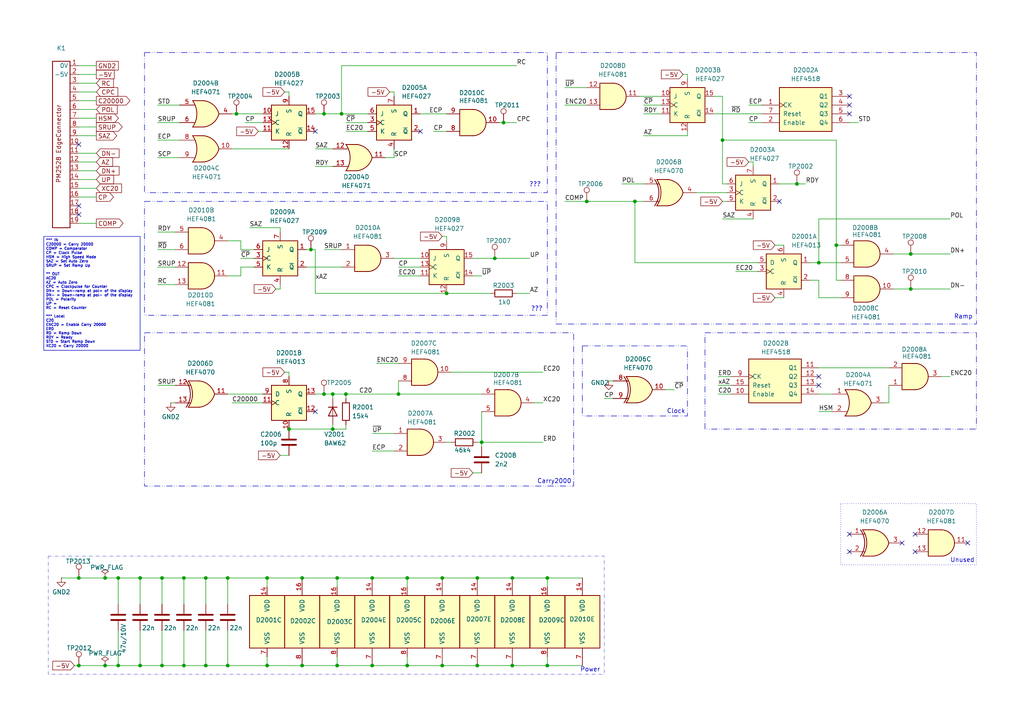
<source format=kicad_sch>
(kicad_sch (version 20231120) (generator "eeschema") (generator_version "8.0")
  (paper "A4")
  (title_block (title "PM2528 N20 (ADC Control)") (date "2024-08-29") (rev "1.0"))
  (junction (at 59.69 167.64))
  (junction (at 138.43 193.04))
  (junction (at 66.04 193.04))
  (junction (at 242.57 71.12))
  (junction (at 93.98 33.02))
  (junction (at 100.33 114.3))
  (junction (at 129.54 85.09))
  (junction (at 30.48 193.04))
  (junction (at 96.52 114.3))
  (junction (at 66.04 167.64))
  (junction (at 237.49 76.2))
  (junction (at 53.34 193.04))
  (junction (at 118.11 167.64))
  (junction (at 30.48 167.64))
  (junction (at 68.58 33.02))
  (junction (at 231.14 53.34))
  (junction (at 97.79 167.64))
  (junction (at 99.06 33.02))
  (junction (at 90.17 72.39))
  (junction (at 118.11 193.04))
  (junction (at 22.86 193.04))
  (junction (at 40.64 193.04))
  (junction (at 22.86 167.64))
  (junction (at 138.43 167.64))
  (junction (at 46.99 193.04))
  (junction (at 107.95 193.04))
  (junction (at 87.63 167.64))
  (junction (at 264.16 83.82))
  (junction (at 107.95 167.64))
  (junction (at 34.29 167.64))
  (junction (at 148.59 193.04))
  (junction (at 209.55 40.64))
  (junction (at 264.16 73.66))
  (junction (at 77.47 193.04))
  (junction (at 146.05 35.56))
  (junction (at 53.34 167.64))
  (junction (at 148.59 167.64))
  (junction (at 93.98 114.3))
  (junction (at 170.18 58.42))
  (junction (at 59.69 193.04))
  (junction (at 158.75 193.04))
  (junction (at 143.51 74.93))
  (junction (at 83.82 124.46))
  (junction (at 97.79 193.04))
  (junction (at 139.7 128.27))
  (junction (at 34.29 193.04))
  (junction (at 115.57 114.3))
  (junction (at 46.99 167.64))
  (junction (at 128.27 167.64))
  (junction (at 128.27 193.04))
  (junction (at 87.63 193.04))
  (junction (at 77.47 167.64))
  (junction (at 158.75 167.64))
  (junction (at 184.15 58.42))
  (junction (at 96.52 124.46))
  (junction (at 40.64 167.64))
  (no_connect (at 91.44 38.1))
  (no_connect (at 246.38 160.02))
  (no_connect (at 91.44 119.38))
  (no_connect (at 22.86 59.69))
  (no_connect (at 261.62 157.48))
  (no_connect (at 246.38 33.02))
  (no_connect (at 265.43 154.94))
  (no_connect (at 121.92 38.1))
  (no_connect (at 237.49 111.76))
  (no_connect (at 246.38 27.94))
  (no_connect (at 280.67 157.48))
  (no_connect (at 237.49 109.22))
  (no_connect (at 246.38 154.94))
  (no_connect (at 265.43 160.02))
  (no_connect (at 226.06 58.42))
  (no_connect (at 246.38 30.48))
  (no_connect (at 22.86 62.23))
  (no_connect (at 22.86 41.91))
  (wire (pts (xy 100.33 38.1) (xy 106.68 38.1)))
  (wire (pts (xy 115.57 114.3) (xy 139.7 114.3)))
  (wire (pts (xy 69.85 69.85) (xy 69.85 72.39)))
  (wire (pts (xy 88.9 77.47) (xy 99.06 77.47)))
  (wire (pts (xy 100.33 123.19) (xy 100.33 124.46)))
  (wire (pts (xy 59.69 167.64) (xy 66.04 167.64)))
  (wire (pts (xy 114.3 27.94) (xy 114.3 26.67)))
  (wire (pts (xy 22.86 52.07) (xy 27.94 52.07)))
  (wire (pts (xy 22.86 167.64) (xy 30.48 167.64)))
  (wire (pts (xy 118.11 167.64) (xy 128.27 167.64)))
  (wire (pts (xy 34.29 167.64) (xy 34.29 175.26)))
  (wire (pts (xy 243.84 71.12) (xy 242.57 71.12)))
  (wire (pts (xy 83.82 26.67) (xy 83.82 27.94)))
  (wire (pts (xy 257.81 116.84) (xy 257.81 111.76)))
  (wire (pts (xy 118.11 190.5) (xy 118.11 193.04)))
  (wire (pts (xy 40.64 167.64) (xy 40.64 175.26)))
  (wire (pts (xy 256.54 116.84) (xy 257.81 116.84)))
  (wire (pts (xy 129.54 68.58) (xy 128.27 68.58)))
  (wire (pts (xy 207.01 27.94) (xy 209.55 27.94)))
  (wire (pts (xy 66.04 80.01) (xy 69.85 80.01)))
  (wire (pts (xy 97.79 167.64) (xy 97.79 170.18)))
  (wire (pts (xy 115.57 80.01) (xy 121.92 80.01)))
  (wire (pts (xy 242.57 71.12) (xy 242.57 40.64)))
  (wire (pts (xy 81.28 67.31) (xy 81.28 66.04)))
  (wire (pts (xy 45.72 82.55) (xy 50.8 82.55)))
  (wire (pts (xy 80.01 83.82) (xy 81.28 83.82)))
  (wire (pts (xy 22.86 31.75) (xy 27.94 31.75)))
  (wire (pts (xy 22.86 36.83) (xy 27.94 36.83)))
  (wire (pts (xy 176.53 110.49) (xy 177.8 110.49)))
  (wire (pts (xy 121.92 33.02) (xy 129.54 33.02)))
  (wire (pts (xy 83.82 132.08) (xy 81.28 132.08)))
  (wire (pts (xy 45.72 67.31) (xy 50.8 67.31)))
  (wire (pts (xy 77.47 193.04) (xy 87.63 193.04)))
  (wire (pts (xy 148.59 193.04) (xy 158.75 193.04)))
  (wire (pts (xy 46.99 167.64) (xy 53.34 167.64)))
  (wire (pts (xy 275.59 63.5) (xy 237.49 63.5)))
  (wire (pts (xy 59.69 182.88) (xy 59.69 193.04)))
  (wire (pts (xy 219.71 76.2) (xy 184.15 76.2)))
  (wire (pts (xy 149.86 19.05) (xy 99.06 19.05)))
  (wire (pts (xy 109.22 105.41) (xy 115.57 105.41)))
  (wire (pts (xy 67.31 43.18) (xy 83.82 43.18)))
  (wire (pts (xy 53.34 182.88) (xy 53.34 193.04)))
  (wire (pts (xy 139.7 128.27) (xy 157.48 128.27)))
  (wire (pts (xy 209.55 40.64) (xy 209.55 53.34)))
  (wire (pts (xy 69.85 74.93) (xy 73.66 74.93)))
  (wire (pts (xy 45.72 77.47) (xy 50.8 77.47)))
  (wire (pts (xy 115.57 77.47) (xy 121.92 77.47)))
  (wire (pts (xy 69.85 72.39) (xy 73.66 72.39)))
  (wire (pts (xy 237.49 86.36) (xy 243.84 86.36)))
  (wire (pts (xy 264.16 83.82) (xy 275.59 83.82)))
  (wire (pts (xy 193.04 113.03) (xy 195.58 113.03)))
  (wire (pts (xy 45.72 45.72) (xy 52.07 45.72)))
  (wire (pts (xy 91.44 43.18) (xy 96.52 43.18)))
  (wire (pts (xy 59.69 167.64) (xy 59.69 175.26)))
  (wire (pts (xy 91.44 72.39) (xy 91.44 85.09)))
  (wire (pts (xy 40.64 167.64) (xy 46.99 167.64)))
  (wire (pts (xy 158.75 190.5) (xy 158.75 193.04)))
  (wire (pts (xy 154.94 116.84) (xy 157.48 116.84)))
  (wire (pts (xy 81.28 83.82) (xy 81.28 82.55)))
  (wire (pts (xy 52.07 35.56) (xy 45.72 35.56)))
  (wire (pts (xy 45.72 40.64) (xy 52.07 40.64)))
  (wire (pts (xy 22.86 21.59) (xy 27.94 21.59)))
  (wire (pts (xy 53.34 167.64) (xy 53.34 175.26)))
  (wire (pts (xy 100.33 114.3) (xy 115.57 114.3)))
  (wire (pts (xy 45.72 111.76) (xy 50.8 111.76)))
  (wire (pts (xy 125.73 38.1) (xy 129.54 38.1)))
  (wire (pts (xy 198.12 21.59) (xy 199.39 21.59)))
  (wire (pts (xy 130.81 107.95) (xy 157.48 107.95)))
  (wire (pts (xy 91.44 85.09) (xy 129.54 85.09)))
  (wire (pts (xy 243.84 81.28) (xy 242.57 81.28)))
  (wire (pts (xy 100.33 124.46) (xy 96.52 124.46)))
  (wire (pts (xy 45.72 30.48) (xy 52.07 30.48)))
  (wire (pts (xy 209.55 27.94) (xy 209.55 40.64)))
  (wire (pts (xy 138.43 167.64) (xy 148.59 167.64)))
  (wire (pts (xy 82.55 26.67) (xy 83.82 26.67)))
  (wire (pts (xy 158.75 167.64) (xy 168.91 167.64)))
  (wire (pts (xy 208.28 114.3) (xy 212.09 114.3)))
  (wire (pts (xy 22.86 54.61) (xy 27.94 54.61)))
  (wire (pts (xy 22.86 34.29) (xy 27.94 34.29)))
  (wire (pts (xy 129.54 128.27) (xy 130.81 128.27)))
  (wire (pts (xy 163.83 30.48) (xy 170.18 30.48)))
  (wire (pts (xy 22.86 193.04) (xy 30.48 193.04)))
  (wire (pts (xy 186.69 30.48) (xy 191.77 30.48)))
  (wire (pts (xy 107.95 193.04) (xy 118.11 193.04)))
  (wire (pts (xy 128.27 193.04) (xy 138.43 193.04)))
  (wire (pts (xy 22.86 26.67) (xy 27.94 26.67)))
  (wire (pts (xy 22.86 64.77) (xy 27.94 64.77)))
  (wire (pts (xy 224.79 71.12) (xy 227.33 71.12)))
  (wire (pts (xy 87.63 167.64) (xy 97.79 167.64)))
  (wire (pts (xy 163.83 25.4) (xy 170.18 25.4)))
  (wire (pts (xy 137.16 74.93) (xy 143.51 74.93)))
  (wire (pts (xy 175.26 115.57) (xy 177.8 115.57)))
  (wire (pts (xy 186.69 33.02) (xy 191.77 33.02)))
  (wire (pts (xy 149.86 85.09) (xy 153.67 85.09)))
  (wire (pts (xy 226.06 53.34) (xy 231.14 53.34)))
  (wire (pts (xy 34.29 167.64) (xy 40.64 167.64)))
  (wire (pts (xy 218.44 46.99) (xy 218.44 48.26)))
  (wire (pts (xy 234.95 76.2) (xy 237.49 76.2)))
  (wire (pts (xy 138.43 193.04) (xy 148.59 193.04)))
  (wire (pts (xy 91.44 33.02) (xy 93.98 33.02)))
  (wire (pts (xy 139.7 128.27) (xy 139.7 119.38)))
  (wire (pts (xy 237.49 63.5) (xy 237.49 76.2)))
  (wire (pts (xy 90.17 72.39) (xy 91.44 72.39)))
  (wire (pts (xy 46.99 193.04) (xy 53.34 193.04)))
  (wire (pts (xy 139.7 129.54) (xy 139.7 128.27)))
  (wire (pts (xy 207.01 33.02) (xy 220.98 33.02)))
  (wire (pts (xy 34.29 193.04) (xy 40.64 193.04)))
  (wire (pts (xy 49.53 116.84) (xy 50.8 116.84)))
  (wire (pts (xy 22.86 29.21) (xy 27.94 29.21)))
  (wire (pts (xy 46.99 182.88) (xy 46.99 193.04)))
  (wire (pts (xy 96.52 114.3) (xy 100.33 114.3)))
  (wire (pts (xy 66.04 182.88) (xy 66.04 193.04)))
  (wire (pts (xy 66.04 167.64) (xy 77.47 167.64)))
  (wire (pts (xy 144.78 35.56) (xy 146.05 35.56)))
  (wire (pts (xy 237.49 106.68) (xy 257.81 106.68)))
  (wire (pts (xy 129.54 85.09) (xy 142.24 85.09)))
  (wire (pts (xy 114.3 26.67) (xy 113.03 26.67)))
  (wire (pts (xy 201.93 55.88) (xy 210.82 55.88)))
  (wire (pts (xy 81.28 66.04) (xy 72.39 66.04)))
  (wire (pts (xy 93.98 33.02) (xy 99.06 33.02)))
  (wire (pts (xy 34.29 182.88) (xy 34.29 193.04)))
  (wire (pts (xy 148.59 167.64) (xy 158.75 167.64)))
  (wire (pts (xy 118.11 167.64) (xy 118.11 170.18)))
  (wire (pts (xy 96.52 114.3) (xy 96.52 115.57)))
  (wire (pts (xy 100.33 35.56) (xy 106.68 35.56)))
  (wire (pts (xy 208.28 109.22) (xy 212.09 109.22)))
  (wire (pts (xy 137.16 80.01) (xy 139.7 80.01)))
  (wire (pts (xy 82.55 107.95) (xy 83.82 107.95)))
  (wire (pts (xy 93.98 72.39) (xy 99.06 72.39)))
  (wire (pts (xy 158.75 167.64) (xy 158.75 170.18)))
  (wire (pts (xy 246.38 35.56) (xy 248.92 35.56)))
  (wire (pts (xy 237.49 76.2) (xy 243.84 76.2)))
  (wire (pts (xy 170.18 58.42) (xy 184.15 58.42)))
  (wire (pts (xy 209.55 58.42) (xy 210.82 58.42)))
  (wire (pts (xy 184.15 76.2) (xy 184.15 58.42)))
  (wire (pts (xy 118.11 193.04) (xy 128.27 193.04)))
  (wire (pts (xy 46.99 167.64) (xy 46.99 175.26)))
  (wire (pts (xy 71.12 35.56) (xy 76.2 35.56)))
  (wire (pts (xy 114.3 45.72) (xy 114.3 43.18)))
  (wire (pts (xy 138.43 128.27) (xy 139.7 128.27)))
  (wire (pts (xy 40.64 182.88) (xy 40.64 193.04)))
  (wire (pts (xy 66.04 69.85) (xy 69.85 69.85)))
  (wire (pts (xy 213.36 78.74) (xy 219.71 78.74)))
  (wire (pts (xy 68.58 33.02) (xy 76.2 33.02)))
  (wire (pts (xy 67.31 33.02) (xy 68.58 33.02)))
  (wire (pts (xy 199.39 21.59) (xy 199.39 22.86)))
  (wire (pts (xy 87.63 193.04) (xy 97.79 193.04)))
  (wire (pts (xy 209.55 63.5) (xy 218.44 63.5)))
  (wire (pts (xy 53.34 193.04) (xy 59.69 193.04)))
  (wire (pts (xy 199.39 38.1) (xy 199.39 39.37)))
  (wire (pts (xy 107.95 130.81) (xy 114.3 130.81)))
  (wire (pts (xy 88.9 72.39) (xy 90.17 72.39)))
  (wire (pts (xy 66.04 114.3) (xy 76.2 114.3)))
  (wire (pts (xy 273.05 109.22) (xy 275.59 109.22)))
  (wire (pts (xy 22.86 19.05) (xy 27.94 19.05)))
  (wire (pts (xy 30.48 193.04) (xy 34.29 193.04)))
  (wire (pts (xy 99.06 19.05) (xy 99.06 33.02)))
  (wire (pts (xy 107.95 167.64) (xy 118.11 167.64)))
  (wire (pts (xy 93.98 114.3) (xy 96.52 114.3)))
  (wire (pts (xy 17.78 167.64) (xy 22.86 167.64)))
  (wire (pts (xy 22.86 39.37) (xy 27.94 39.37)))
  (wire (pts (xy 21.59 193.04) (xy 22.86 193.04)))
  (wire (pts (xy 137.16 137.16) (xy 139.7 137.16)))
  (wire (pts (xy 97.79 190.5) (xy 97.79 193.04)))
  (wire (pts (xy 66.04 167.64) (xy 66.04 175.26)))
  (wire (pts (xy 67.31 116.84) (xy 76.2 116.84)))
  (wire (pts (xy 115.57 110.49) (xy 115.57 114.3)))
  (wire (pts (xy 99.06 33.02) (xy 106.68 33.02)))
  (wire (pts (xy 163.83 58.42) (xy 170.18 58.42)))
  (wire (pts (xy 237.49 119.38) (xy 241.3 119.38)))
  (wire (pts (xy 77.47 167.64) (xy 77.47 170.18)))
  (wire (pts (xy 69.85 80.01) (xy 69.85 77.47)))
  (wire (pts (xy 259.08 73.66) (xy 264.16 73.66)))
  (wire (pts (xy 111.76 45.72) (xy 114.3 45.72)))
  (wire (pts (xy 146.05 35.56) (xy 149.86 35.56)))
  (wire (pts (xy 209.55 53.34) (xy 210.82 53.34)))
  (wire (pts (xy 180.34 53.34) (xy 186.69 53.34)))
  (wire (pts (xy 100.33 115.57) (xy 100.33 114.3)))
  (wire (pts (xy 74.93 38.1) (xy 76.2 38.1)))
  (wire (pts (xy 129.54 69.85) (xy 129.54 68.58)))
  (wire (pts (xy 217.17 35.56) (xy 220.98 35.56)))
  (wire (pts (xy 22.86 24.13) (xy 27.94 24.13)))
  (wire (pts (xy 208.28 111.76) (xy 212.09 111.76)))
  (wire (pts (xy 259.08 83.82) (xy 264.16 83.82)))
  (wire (pts (xy 83.82 107.95) (xy 83.82 109.22)))
  (wire (pts (xy 114.3 74.93) (xy 121.92 74.93)))
  (wire (pts (xy 30.48 167.64) (xy 34.29 167.64)))
  (wire (pts (xy 77.47 190.5) (xy 77.47 193.04)))
  (wire (pts (xy 69.85 77.47) (xy 73.66 77.47)))
  (wire (pts (xy 241.3 114.3) (xy 237.49 114.3)))
  (wire (pts (xy 91.44 48.26) (xy 96.52 48.26)))
  (wire (pts (xy 107.95 125.73) (xy 114.3 125.73)))
  (wire (pts (xy 128.27 167.64) (xy 138.43 167.64)))
  (wire (pts (xy 96.52 123.19) (xy 96.52 124.46)))
  (wire (pts (xy 22.86 49.53) (xy 27.94 49.53)))
  (wire (pts (xy 264.16 73.66) (xy 275.59 73.66)))
  (wire (pts (xy 158.75 193.04) (xy 168.91 193.04)))
  (wire (pts (xy 91.44 114.3) (xy 93.98 114.3)))
  (wire (pts (xy 184.15 58.42) (xy 186.69 58.42)))
  (wire (pts (xy 209.55 40.64) (xy 242.57 40.64)))
  (wire (pts (xy 234.95 81.28) (xy 237.49 81.28)))
  (wire (pts (xy 77.47 167.64) (xy 87.63 167.64)))
  (wire (pts (xy 45.72 72.39) (xy 50.8 72.39)))
  (wire (pts (xy 185.42 27.94) (xy 191.77 27.94)))
  (wire (pts (xy 97.79 167.64) (xy 107.95 167.64)))
  (wire (pts (xy 242.57 81.28) (xy 242.57 71.12)))
  (wire (pts (xy 22.86 46.99) (xy 27.94 46.99)))
  (wire (pts (xy 22.86 57.15) (xy 27.94 57.15)))
  (wire (pts (xy 231.14 53.34) (xy 233.68 53.34)))
  (wire (pts (xy 143.51 74.93) (xy 153.67 74.93)))
  (wire (pts (xy 40.64 193.04) (xy 46.99 193.04)))
  (wire (pts (xy 22.86 44.45) (xy 27.94 44.45)))
  (wire (pts (xy 199.39 39.37) (xy 186.69 39.37)))
  (wire (pts (xy 53.34 167.64) (xy 59.69 167.64)))
  (wire (pts (xy 97.79 193.04) (xy 107.95 193.04)))
  (wire (pts (xy 217.17 46.99) (xy 218.44 46.99)))
  (wire (pts (xy 66.04 193.04) (xy 77.47 193.04)))
  (wire (pts (xy 217.17 30.48) (xy 220.98 30.48)))
  (wire (pts (xy 83.82 124.46) (xy 96.52 124.46)))
  (wire (pts (xy 224.79 86.36) (xy 227.33 86.36)))
  (wire (pts (xy 59.69 193.04) (xy 66.04 193.04)))
  (wire (pts (xy 237.49 81.28) (xy 237.49 86.36)))
  (rectangle (start 161.29 15.24) (end 283.21 93.98) (stroke (width 0) (type dash_dot_dot)))
  (rectangle (start 243.84 146.05) (end 283.21 163.83) (stroke (width 0) (type dot)))
  (rectangle (start 41.91 15.24) (end 158.75 55.88) (stroke (width 0) (type dash_dot_dot)))
  (rectangle (start 41.91 58.42) (end 158.75 91.44) (stroke (width 0) (type dash_dot_dot)))
  (rectangle (start 168.91 100.33) (end 199.39 120.65) (stroke (width 0) (type dash_dot_dot)))
  (rectangle (start 41.91 96.52) (end 166.37 140.97) (stroke (width 0) (type dash_dot_dot)))
  (rectangle (start 204.47 96.52) (end 283.21 124.46) (stroke (width 0) (type dash_dot_dot)))
  (rectangle (start 13.97 161.29) (end 175.26 195.58) (stroke (width 0.0254) (type dash_dot_dot)))
  (text_box "*** IN\nC20000 = Carry 20000\nCOMP = Comperator\nCP = Clock Pulse\nHSM = High Speed Mode\nSAZ = Set Auto Zero\nSRUP = Set Ramp Up\n\n** OUT\nAC20\nAZ = Auto Zero\nCPC = Clockpulse for Counter\nDN+ = Down-ramp at pol+ of the display\nDN- = Down-ramp at pol- of the display\nPOL = Polarity\nUP =\nRC = Reset Counter\n\n*** Local\nC20\nENC20 = Enable Carry 20000\nERD\nRD = Ramp Down\nRDY = Ready\nSTD = Start Ramp Down\nXC20 = Carry 20000\n" (at 12.7 68.58 0) (size 27.94 33.02) (effects (font (size 0.762 0.762)) (justify left top)))
  (text "???" (at 155.194 53.594 0) (effects (font (size 1.27 1.27))))
  (text "Ramp" (at 279.4 91.948 0) (effects (font (size 1.27 1.27))))
  (text "???" (at 155.702 89.662 0) (effects (font (size 1.27 1.27))))
  (text "Power" (at 171.196 194.31 0) (effects (font (size 1.27 1.27))))
  (text "Clock" (at 196.088 119.38 0) (effects (font (size 1.27 1.27))))
  (text "Carry2000" (at 160.782 139.7 0) (effects (font (size 1.27 1.27))))
  (text "Unused" (at 279.146 162.56 0) (effects (font (size 1.27 1.27))))
  (label "SAZ" (at 209.55 63.5 0))
  (label "ECP" (at 107.95 130.81 0))
  (label "C20000" (at 67.31 116.84 0))
  (label "STD" (at 45.72 30.48 0))
  (label "CP" (at 71.12 35.56 0))
  (label "CP" (at 115.57 77.47 0))
  (label "RDY" (at 91.44 48.26 0))
  (label "ECP" (at 217.17 30.48 0))
  (label "CP" (at 217.17 35.56 0))
  (label "SRUP" (at 45.72 111.76 0))
  (label "SRUP" (at 45.72 77.47 0))
  (label "~{RD}" (at 212.09 33.02 0))
  (label "ERD" (at 208.28 109.22 0))
  (label "STD" (at 248.92 35.56 0))
  (label "SCP" (at 114.3 45.72 0))
  (label "EC20" (at 115.57 80.01 0))
  (label "RDY" (at 233.68 53.34 0))
  (label "~{UP}" (at 139.7 80.01 0))
  (label "UP" (at 153.67 74.93 0))
  (label "C20" (at 104.14 114.3 0))
  (label "ECP" (at 124.46 33.02 0))
  (label "ENC20" (at 275.59 109.22 0))
  (label "ECP" (at 45.72 40.64 0))
  (label "ENC20" (at 109.22 105.41 0))
  (label "ERD" (at 157.48 128.27 0))
  (label "DN-" (at 275.59 83.82 0))
  (label "XC20" (at 157.48 116.84 0))
  (label "POL" (at 180.34 53.34 0))
  (label "SAZ" (at 72.39 66.04 0))
  (label "AZ" (at 153.67 85.09 0))
  (label "xAZ" (at 208.28 111.76 0))
  (label "~{CP}" (at 186.69 30.48 0))
  (label "CPC" (at 149.86 35.56 0))
  (label "SAZ" (at 91.44 43.18 0))
  (label "SCP" (at 45.72 45.72 0))
  (label "EC20" (at 157.48 107.95 0))
  (label "~{CP}" (at 195.58 113.03 0))
  (label "~{RD}" (at 45.72 72.39 0))
  (label "SRUP" (at 93.98 72.39 0))
  (label "DN+" (at 275.59 73.66 0))
  (label "RDY" (at 186.69 33.02 0))
  (label "~{CP}" (at 69.85 74.93 0))
  (label "ENC20" (at 163.83 30.48 0))
  (label "AZ" (at 186.69 39.37 0))
  (label "COMP" (at 163.83 58.42 0))
  (label "EC20" (at 213.36 78.74 0))
  (label "xAZ" (at 91.44 81.28 0))
  (label "SRUP" (at 45.72 35.56 0))
  (label "EC20" (at 100.33 38.1 0))
  (label "~{CP}" (at 100.33 35.56 0))
  (label "HSM" (at 237.49 119.38 0))
  (label "C20" (at 208.28 114.3 0))
  (label "CP" (at 125.73 38.1 0))
  (label "RDY" (at 45.72 67.31 0))
  (label "RC" (at 149.86 19.05 0))
  (label "~{UP}" (at 107.95 125.73 0))
  (label "POL" (at 275.59 63.5 0))
  (label "RC" (at 45.72 82.55 0))
  (label "~{UP}" (at 163.83 25.4 0))
  (label "CP" (at 175.26 115.57 0))
  (global_label "-5V" (shape input) (at 128.27 68.58 180) (property "Intersheetrefs" "${INTERSHEET_REFS}" (effects (hide yes))))
  (global_label "UP" (shape input) (at 27.94 52.07 0) (property "Intersheetrefs" "${INTERSHEET_REFS}" (effects (hide yes))))
  (global_label "-5V" (shape input) (at 113.03 26.67 180) (property "Intersheetrefs" "${INTERSHEET_REFS}" (effects (hide yes))))
  (global_label "-5V" (shape input) (at 80.01 83.82 180) (property "Intersheetrefs" "${INTERSHEET_REFS}" (effects (hide yes))))
  (global_label "COMP" (shape output) (at 27.94 64.77 0) (property "Intersheetrefs" "${INTERSHEET_REFS}" (effects (hide yes))))
  (global_label "-5V" (shape input) (at 82.55 26.67 180) (property "Intersheetrefs" "${INTERSHEET_REFS}" (effects (hide yes))))
  (global_label "GND2" (shape passive) (at 27.94 19.05 0) (property "Intersheetrefs" "${INTERSHEET_REFS}" (effects (hide yes))))
  (global_label "-5V" (shape input) (at 217.17 46.99 180) (property "Intersheetrefs" "${INTERSHEET_REFS}" (effects (hide yes))))
  (global_label "HSM" (shape output) (at 27.94 34.29 0) (property "Intersheetrefs" "${INTERSHEET_REFS}" (effects (hide yes))))
  (global_label "-5V" (shape input) (at 209.55 58.42 180) (property "Intersheetrefs" "${INTERSHEET_REFS}" (effects (hide yes))))
  (global_label "-5V" (shape input) (at 224.79 86.36 180) (property "Intersheetrefs" "${INTERSHEET_REFS}" (effects (hide yes))))
  (global_label "CP" (shape output) (at 27.94 57.15 0) (property "Intersheetrefs" "${INTERSHEET_REFS}" (effects (hide yes))))
  (global_label "C20000" (shape output) (at 27.94 29.21 0) (property "Intersheetrefs" "${INTERSHEET_REFS}" (effects (hide yes))))
  (global_label "RC" (shape input) (at 27.94 24.13 0) (property "Intersheetrefs" "${INTERSHEET_REFS}" (effects (hide yes))))
  (global_label "DN+" (shape input) (at 27.94 49.53 0) (property "Intersheetrefs" "${INTERSHEET_REFS}" (effects (hide yes))))
  (global_label "-5V" (shape input) (at 198.12 21.59 180) (property "Intersheetrefs" "${INTERSHEET_REFS}" (effects (hide yes))))
  (global_label "CPC" (shape input) (at 27.94 26.67 0) (property "Intersheetrefs" "${INTERSHEET_REFS}" (effects (hide yes))))
  (global_label "SRUP" (shape output) (at 27.94 36.83 0) (property "Intersheetrefs" "${INTERSHEET_REFS}" (effects (hide yes))))
  (global_label "-5V" (shape input) (at 74.93 38.1 180) (property "Intersheetrefs" "${INTERSHEET_REFS}" (effects (hide yes))))
  (global_label "-5V" (shape input) (at 82.55 107.95 180) (property "Intersheetrefs" "${INTERSHEET_REFS}" (effects (hide yes))))
  (global_label "-5V" (shape passive) (at 27.94 21.59 0) (property "Intersheetrefs" "${INTERSHEET_REFS}" (effects (hide yes))))
  (global_label "-5V" (shape input) (at 21.59 193.04 180) (property "Intersheetrefs" "${INTERSHEET_REFS}" (effects (hide yes))))
  (global_label "-5V" (shape input) (at 81.28 132.08 180) (property "Intersheetrefs" "${INTERSHEET_REFS}" (effects (hide yes))))
  (global_label "-5V" (shape input) (at 224.79 71.12 180) (property "Intersheetrefs" "${INTERSHEET_REFS}" (effects (hide yes))))
  (global_label "POL" (shape input) (at 27.94 31.75 0) (property "Intersheetrefs" "${INTERSHEET_REFS}" (effects (hide yes))))
  (global_label "XC20" (shape input) (at 27.94 54.61 0) (property "Intersheetrefs" "${INTERSHEET_REFS}" (effects (hide yes))))
  (global_label "SAZ" (shape output) (at 27.94 39.37 0) (property "Intersheetrefs" "${INTERSHEET_REFS}" (effects (hide yes))))
  (global_label "AZ" (shape input) (at 27.94 46.99 0) (property "Intersheetrefs" "${INTERSHEET_REFS}" (effects (hide yes))))
  (global_label "DN-" (shape input) (at 27.94 44.45 0) (property "Intersheetrefs" "${INTERSHEET_REFS}" (effects (hide yes))))
  (global_label "-5V" (shape input) (at 137.16 137.16 180) (property "Intersheetrefs" "${INTERSHEET_REFS}" (effects (hide yes))))
  (symbol (lib_id "Device:R") (at 146.05 85.09 90) (unit 1)
    (property "Reference" "R2003" (at 146.05 82.804 90))
    (property "Value" "1k0" (at 146.304 87.63 90))
    (property "Footprint" "Resistor_THT:R_Axial_DIN0207_L6.3mm_D2.5mm_P10.16mm_Horizontal" (effects (hide yes)))
    (property "Description" "Resistor" (effects (hide yes)))
  )
  (symbol (lib_id "4xxx:4070") (at 254 157.48 0) (unit 1)
    (property "Reference" "D2006" (at 253.6952 148.59 0))
    (property "Value" "HEF4070" (at 253.6952 151.13 0))
    (property "Footprint" "Package_DIP:DIP-14_W7.62mm" (effects (hide yes)))
    (property "Datasheet" "http://www.intersil.com/content/dam/Intersil/documents/cd40/cd4070bms-77bms.pdf" (effects (hide yes)))
    (property "Description" "Quad Xor 2 inputs" (effects (hide yes)))
  )
  (symbol (lib_id "_PhilipsPM2528DMM:PCBEdge_Plugincard") (at 17.78 41.91 0) (unit 1)
    (property "Reference" "K1" (at 17.78 13.97 0))
    (property "Footprint" "Philips_PM2528:PM2528_RiserCardConnector" (effects (hide yes)))
  )
  (symbol (lib_id "4xxx:4027") (at 199.39 30.48 0) (unit 2)
    (property "Reference" "D2003" (at 201.5841 20.32 0) (effects (justify left)))
    (property "Value" "HEF4027" (at 201.5841 22.86 0) (effects (justify left)))
    (property "Footprint" "Package_DIP:DIP-16_W7.62mm" (effects (hide yes)))
    (property "Datasheet" "http://www.intersil.com/content/dam/Intersil/documents/cd40/cd4027bms.pdf" (effects (hide yes)))
    (property "Description" "Dual JK FlipFlop, set & reset" (effects (hide yes)))
  )
  (symbol (lib_id "power:GND2") (at 176.53 110.49 0) (unit 1)
    (property "Reference" "#PWR01" (effects (hide yes)))
    (property "Value" "GND2" (at 173.99 110.998 0))
    (property "Description" "Power symbol creates a global label with name \"GND2\" , ground" (effects (hide yes)))
  )
  (symbol (lib_id "Device:C") (at 66.04 179.07 0) (unit 1)
    (property "Reference" "C2005" (effects (hide yes)))
    (property "Value" "22n" (at 66.548 182.118 0) (effects (justify left)))
    (property "Footprint" "Capacitor_THT:C_Rect_L7.0mm_W2.0mm_P5.00mm" (effects (hide yes)))
    (property "Description" "Unpolarized capacitor" (effects (hide yes)))
  )
  (symbol (lib_id "4xxx:4027") (at 129.54 77.47 0) (unit 2)
    (property "Reference" "D2009" (at 125.984 63.754 0) (effects (justify left)))
    (property "Value" "HEF4027" (at 125.984 66.294 0) (effects (justify left)))
    (property "Footprint" "Package_DIP:DIP-16_W7.62mm" (effects (hide yes)))
    (property "Datasheet" "http://www.intersil.com/content/dam/Intersil/documents/cd40/cd4027bms.pdf" (effects (hide yes)))
    (property "Description" "Dual JK FlipFlop, set & reset" (effects (hide yes)))
  )
  (symbol (lib_id "4xxx:4070") (at 185.42 113.03 0) (unit 3)
    (property "Reference" "D2006" (at 185.1152 104.14 0))
    (property "Value" "HEF4070" (at 185.1152 106.68 0))
    (property "Footprint" "Package_DIP:DIP-14_W7.62mm" (effects (hide yes)))
    (property "Datasheet" "http://www.intersil.com/content/dam/Intersil/documents/cd40/cd4070bms-77bms.pdf" (effects (hide yes)))
    (property "Description" "Quad Xor 2 inputs" (effects (hide yes)))
  )
  (symbol (lib_id "Device:R") (at 100.33 119.38 0) (unit 1)
    (property "Reference" "R2001" (at 102.108 118.11 0) (effects (justify left)))
    (property "Value" "15k4" (at 102.108 120.65 0) (effects (justify left)))
    (property "Footprint" "Resistor_THT:R_Axial_DIN0207_L6.3mm_D2.5mm_P10.16mm_Horizontal" (effects (hide yes)))
    (property "Description" "Resistor" (effects (hide yes)))
  )
  (symbol (lib_id "Connector:TestPoint") (at 143.51 74.93 0) (unit 1)
    (property "Reference" "TP2007" (at 140.97 69.85 0) (effects (justify left)))
    (property "Value" "TestPoint" (effects (hide yes)))
    (property "Footprint" "Connector_PinHeader_1.00mm:PinHeader_1x01_P1.00mm_Vertical" (effects (hide yes)))
    (property "Description" "test point" (effects (hide yes)))
  )
  (symbol (lib_id "4xxx:4027") (at 83.82 35.56 0) (unit 2)
    (property "Reference" "D2005" (at 79.502 21.59 0) (effects (justify left)))
    (property "Value" "HEF4027" (at 79.502 24.13 0) (effects (justify left)))
    (property "Footprint" "Package_DIP:DIP-16_W7.62mm" (effects (hide yes)))
    (property "Datasheet" "http://www.intersil.com/content/dam/Intersil/documents/cd40/cd4027bms.pdf" (effects (hide yes)))
    (property "Description" "Dual JK FlipFlop, set & reset" (effects (hide yes)))
  )
  (symbol (lib_id "4xxx:4070") (at 58.42 114.3 0) (unit 4)
    (property "Reference" "D2006" (at 58.1152 105.41 0))
    (property "Value" "HEF4070" (at 58.1152 107.95 0))
    (property "Footprint" "Package_DIP:DIP-14_W7.62mm" (effects (hide yes)))
    (property "Datasheet" "http://www.intersil.com/content/dam/Intersil/documents/cd40/cd4070bms-77bms.pdf" (effects (hide yes)))
    (property "Description" "Quad Xor 2 inputs" (effects (hide yes)))
  )
  (symbol (lib_id "4xxx:4518") (at 233.68 30.48 0) (unit 1)
    (property "Reference" "D2002" (at 233.68 20.32 0))
    (property "Value" "HEF4518" (at 233.68 22.86 0))
    (property "Footprint" "Package_DIP:DIP-16_W7.62mm" (effects (hide yes)))
    (property "Datasheet" "http://www.intersil.com/content/dam/Intersil/documents/cd45/cd4518bms-20bms.pdf" (effects (hide yes)))
    (property "Description" "Dual BCD Up-Counter" (effects (hide yes)))
  )
  (symbol (lib_id "Connector:TestPoint") (at 22.86 193.04 0) (unit 1)
    (property "Reference" "TP2012" (at 19.304 187.96 0) (effects (justify left)))
    (property "Value" "TestPoint" (effects (hide yes)))
    (property "Footprint" "Connector_PinHeader_1.00mm:PinHeader_1x01_P1.00mm_Vertical" (effects (hide yes)))
    (property "Description" "test point" (effects (hide yes)))
  )
  (symbol (lib_id "Device:C") (at 139.7 133.35 0) (unit 1)
    (property "Reference" "C2008" (at 143.51 132.0799 0) (effects (justify left)))
    (property "Value" "2n2" (at 143.51 134.6199 0) (effects (justify left)))
    (property "Footprint" "Capacitor_THT:C_Rect_L7.0mm_W2.0mm_P5.00mm" (effects (hide yes)))
    (property "Description" "Unpolarized capacitor" (effects (hide yes)))
  )
  (symbol (lib_id "Connector:TestPoint") (at 90.17 72.39 0) (unit 1)
    (property "Reference" "TP2009" (at 87.63 67.31 0) (effects (justify left)))
    (property "Value" "TestPoint" (effects (hide yes)))
    (property "Footprint" "Connector_PinHeader_1.00mm:PinHeader_1x01_P1.00mm_Vertical" (effects (hide yes)))
    (property "Description" "test point" (effects (hide yes)))
  )
  (symbol (lib_id "Connector:TestPoint") (at 264.16 83.82 0) (unit 1)
    (property "Reference" "TP2010" (at 261.62 78.74 0) (effects (justify left)))
    (property "Value" "TestPoint" (effects (hide yes)))
    (property "Footprint" "Connector_PinHeader_1.00mm:PinHeader_1x01_P1.00mm_Vertical" (effects (hide yes)))
    (property "Description" "test point" (effects (hide yes)))
  )
  (symbol (lib_id "Connector:TestPoint") (at 93.98 33.02 0) (unit 1)
    (property "Reference" "TP2003" (at 91.44 27.94 0) (effects (justify left)))
    (property "Value" "TestPoint" (effects (hide yes)))
    (property "Footprint" "Connector_PinHeader_1.00mm:PinHeader_1x01_P1.00mm_Vertical" (effects (hide yes)))
    (property "Description" "test point" (effects (hide yes)))
  )
  (symbol (lib_id "4xxx:4071") (at 248.92 116.84 0) (unit 1)
    (property "Reference" "D2004" (at 248.92 108.712 0))
    (property "Value" "HEF4071" (at 248.92 111.252 0))
    (property "Footprint" "Package_DIP:DIP-14_W7.62mm" (effects (hide yes)))
    (property "Datasheet" "http://www.intersil.com/content/dam/Intersil/documents/cd40/cd4071bms-72bms-75bms.pdf" (effects (hide yes)))
    (property "Description" "Quad Or 2 inputs" (effects (hide yes)))
  )
  (symbol (lib_id "Connector:TestPoint") (at 264.16 73.66 0) (unit 1)
    (property "Reference" "TP2008" (at 261.62 68.58 0) (effects (justify left)))
    (property "Value" "TestPoint" (effects (hide yes)))
    (property "Footprint" "Connector_PinHeader_1.00mm:PinHeader_1x01_P1.00mm_Vertical" (effects (hide yes)))
    (property "Description" "test point" (effects (hide yes)))
  )
  (symbol (lib_id "4xxx:4027") (at 97.79 180.34 0) (unit 3)
    (property "Reference" "D2003" (at 94.742 180.34 0) (effects (justify left)))
    (property "Value" "HEF4027" (effects (hide yes)))
    (property "Footprint" "Package_DIP:DIP-16_W7.62mm" (effects (hide yes)))
    (property "Datasheet" "http://www.intersil.com/content/dam/Intersil/documents/cd40/cd4027bms.pdf" (effects (hide yes)))
    (property "Description" "Dual JK FlipFlop, set & reset" (effects (hide yes)))
  )
  (symbol (lib_id "Device:C") (at 46.99 179.07 0) (unit 1)
    (property "Reference" "C2002" (effects (hide yes)))
    (property "Value" "22n" (at 47.498 182.118 0) (effects (justify left)))
    (property "Footprint" "Capacitor_THT:C_Rect_L7.0mm_W2.0mm_P5.00mm" (effects (hide yes)))
    (property "Description" "Unpolarized capacitor" (effects (hide yes)))
  )
  (symbol (lib_id "4xxx:4081") (at 138.43 180.34 0) (unit 5)
    (property "Reference" "D2007" (at 135.128 179.578 0) (effects (justify left)))
    (property "Value" "HEF4081" (effects (hide yes)))
    (property "Footprint" "Package_DIP:DIP-14_W7.62mm" (effects (hide yes)))
    (property "Datasheet" "http://www.intersil.com/content/dam/Intersil/documents/cd40/cd4073bms-81bms-82bms.pdf" (effects (hide yes)))
    (property "Description" "Quad And 2 inputs" (effects (hide yes)))
  )
  (symbol (lib_id "4xxx:4027") (at 118.11 180.34 0) (unit 3)
    (property "Reference" "D2005" (at 114.808 179.832 0) (effects (justify left)))
    (property "Value" "HEF4027" (effects (hide yes)))
    (property "Footprint" "Package_DIP:DIP-16_W7.62mm" (effects (hide yes)))
    (property "Datasheet" "http://www.intersil.com/content/dam/Intersil/documents/cd40/cd4027bms.pdf" (effects (hide yes)))
    (property "Description" "Dual JK FlipFlop, set & reset" (effects (hide yes)))
  )
  (symbol (lib_id "Connector:TestPoint") (at 231.14 53.34 0) (unit 1)
    (property "Reference" "TP2002" (at 228.6 48.26 0) (effects (justify left)))
    (property "Value" "TestPoint" (effects (hide yes)))
    (property "Footprint" "Connector_PinHeader_1.00mm:PinHeader_1x01_P1.00mm_Vertical" (effects (hide yes)))
    (property "Description" "test point" (effects (hide yes)))
  )
  (symbol (lib_id "4xxx:4027") (at 81.28 74.93 0) (unit 1)
    (property "Reference" "D2009" (at 78.232 61.468 0) (effects (justify left)))
    (property "Value" "HEF4027" (at 78.232 64.008 0) (effects (justify left)))
    (property "Footprint" "Package_DIP:DIP-16_W7.62mm" (effects (hide yes)))
    (property "Datasheet" "http://www.intersil.com/content/dam/Intersil/documents/cd40/cd4027bms.pdf" (effects (hide yes)))
    (property "Description" "Dual JK FlipFlop, set & reset" (effects (hide yes)))
  )
  (symbol (lib_id "Connector:TestPoint") (at 146.05 35.56 0) (unit 1)
    (property "Reference" "TP2011" (at 143.51 30.48 0) (effects (justify left)))
    (property "Value" "TestPoint" (effects (hide yes)))
    (property "Footprint" "Connector_PinHeader_1.00mm:PinHeader_1x01_P1.00mm_Vertical" (effects (hide yes)))
    (property "Description" "test point" (effects (hide yes)))
  )
  (symbol (lib_id "4xxx:4081") (at 123.19 107.95 0) (mirror x) (unit 3)
    (property "Reference" "D2007" (at 122.936 99.568 0))
    (property "Value" "HEF4081" (at 123.444 102.108 0))
    (property "Footprint" "Package_DIP:DIP-14_W7.62mm" (effects (hide yes)))
    (property "Datasheet" "http://www.intersil.com/content/dam/Intersil/documents/cd40/cd4073bms-81bms-82bms.pdf" (effects (hide yes)))
    (property "Description" "Quad And 2 inputs" (effects (hide yes)))
  )
  (symbol (lib_id "4xxx:4081") (at 58.42 80.01 0) (unit 4)
    (property "Reference" "D2010" (at 58.166 85.598 0))
    (property "Value" "HEF4081" (at 58.166 88.138 0))
    (property "Footprint" "Package_DIP:DIP-14_W7.62mm" (effects (hide yes)))
    (property "Datasheet" "http://www.intersil.com/content/dam/Intersil/documents/cd40/cd4073bms-81bms-82bms.pdf" (effects (hide yes)))
    (property "Description" "Quad And 2 inputs" (effects (hide yes)))
  )
  (symbol (lib_id "4xxx:4071") (at 59.69 33.02 0) (unit 2)
    (property "Reference" "D2004" (at 59.69 24.13 0))
    (property "Value" "HEF4071" (at 59.69 26.67 0))
    (property "Footprint" "Package_DIP:DIP-14_W7.62mm" (effects (hide yes)))
    (property "Datasheet" "http://www.intersil.com/content/dam/Intersil/documents/cd40/cd4071bms-72bms-75bms.pdf" (effects (hide yes)))
    (property "Description" "Quad Or 2 inputs" (effects (hide yes)))
  )
  (symbol (lib_id "Connector:TestPoint") (at 93.98 114.3 0) (unit 1)
    (property "Reference" "TP2005" (at 94.742 110.998 0) (effects (justify left)))
    (property "Value" "TestPoint" (effects (hide yes)))
    (property "Footprint" "Connector_PinHeader_1.00mm:PinHeader_1x01_P1.00mm_Vertical" (effects (hide yes)))
    (property "Description" "test point" (effects (hide yes)))
  )
  (symbol (lib_id "4xxx:4081") (at 177.8 27.94 0) (unit 4)
    (property "Reference" "D2008" (at 177.7917 19.05 0))
    (property "Value" "HEF4081" (at 177.7917 21.59 0))
    (property "Footprint" "Package_DIP:DIP-14_W7.62mm" (effects (hide yes)))
    (property "Datasheet" "http://www.intersil.com/content/dam/Intersil/documents/cd40/cd4073bms-81bms-82bms.pdf" (effects (hide yes)))
    (property "Description" "Quad And 2 inputs" (effects (hide yes)))
  )
  (symbol (lib_id "4xxx:4071") (at 107.95 180.34 0) (unit 5)
    (property "Reference" "D2004" (at 104.648 179.832 0) (effects (justify left)))
    (property "Value" "HEF4071" (effects (hide yes)))
    (property "Footprint" "Package_DIP:DIP-14_W7.62mm" (effects (hide yes)))
    (property "Datasheet" "http://www.intersil.com/content/dam/Intersil/documents/cd40/cd4071bms-72bms-75bms.pdf" (effects (hide yes)))
    (property "Description" "Quad Or 2 inputs" (effects (hide yes)))
  )
  (symbol (lib_id "4xxx:4518") (at 224.79 109.22 0) (unit 2)
    (property "Reference" "D2002" (at 225.044 99.568 0))
    (property "Value" "HEF4518" (at 225.044 102.108 0))
    (property "Footprint" "Package_DIP:DIP-16_W7.62mm" (effects (hide yes)))
    (property "Datasheet" "http://www.intersil.com/content/dam/Intersil/documents/cd45/cd4518bms-20bms.pdf" (effects (hide yes)))
    (property "Description" "Dual BCD Up-Counter" (effects (hide yes)))
  )
  (symbol (lib_id "4xxx:4518") (at 87.63 180.34 0) (unit 3)
    (property "Reference" "D2002" (at 84.074 180.086 0) (effects (justify left)))
    (property "Value" "HEF4518" (effects (hide yes)))
    (property "Footprint" "Package_DIP:DIP-16_W7.62mm" (effects (hide yes)))
    (property "Datasheet" "http://www.intersil.com/content/dam/Intersil/documents/cd45/cd4518bms-20bms.pdf" (effects (hide yes)))
    (property "Description" "Dual BCD Up-Counter" (effects (hide yes)))
  )
  (symbol (lib_id "4xxx:4081") (at 251.46 73.66 0) (mirror x) (unit 2)
    (property "Reference" "D2008" (at 250.952 66.04 0))
    (property "Value" "HEF4081" (at 251.46 68.072 0))
    (property "Footprint" "Package_DIP:DIP-14_W7.62mm" (effects (hide yes)))
    (property "Datasheet" "http://www.intersil.com/content/dam/Intersil/documents/cd40/cd4073bms-81bms-82bms.pdf" (effects (hide yes)))
    (property "Description" "Quad And 2 inputs" (effects (hide yes)))
  )
  (symbol (lib_id "4xxx:4081") (at 265.43 109.22 0) (mirror x) (unit 1)
    (property "Reference" "D2008" (at 265.176 101.346 0))
    (property "Value" "HEF4081" (at 265.938 103.378 0))
    (property "Footprint" "Package_DIP:DIP-14_W7.62mm" (effects (hide yes)))
    (property "Datasheet" "http://www.intersil.com/content/dam/Intersil/documents/cd40/cd4073bms-81bms-82bms.pdf" (effects (hide yes)))
    (property "Description" "Quad And 2 inputs" (effects (hide yes)))
  )
  (symbol (lib_id "Device:D") (at 96.52 119.38 270) (unit 1)
    (property "Reference" "V2001" (at 93.98 125.984 90) (effects (justify left)))
    (property "Value" "BAW62" (at 93.98 128.524 90) (effects (justify left)))
    (property "Footprint" "Diode_THT:D_T-1_P10.16mm_Horizontal" (effects (hide yes)))
    (property "Description" "Diode" (effects (hide yes)))
    (property "Sim.Device" "D" (effects (hide yes)))
    (property "Sim.Pins" "1=K 2=A" (effects (hide yes)))
  )
  (symbol (lib_id "Connector:TestPoint") (at 170.18 58.42 0) (unit 1)
    (property "Reference" "TP2006" (at 167.64 53.34 0) (effects (justify left)))
    (property "Value" "TestPoint" (effects (hide yes)))
    (property "Footprint" "Connector_PinHeader_1.00mm:PinHeader_1x01_P1.00mm_Vertical" (effects (hide yes)))
    (property "Description" "test point" (effects (hide yes)))
  )
  (symbol (lib_id "4xxx:4071") (at 59.69 43.18 0) (unit 3)
    (property "Reference" "D2004" (at 59.944 48.768 0))
    (property "Value" "HEF4071" (at 59.944 51.308 0))
    (property "Footprint" "Package_DIP:DIP-14_W7.62mm" (effects (hide yes)))
    (property "Datasheet" "http://www.intersil.com/content/dam/Intersil/documents/cd40/cd4071bms-72bms-75bms.pdf" (effects (hide yes)))
    (property "Description" "Quad Or 2 inputs" (effects (hide yes)))
  )
  (symbol (lib_id "power:GND") (at 17.78 167.64 0) (unit 1)
    (property "Reference" "#PWR02" (effects (hide yes)))
    (property "Value" "GND2" (at 17.78 171.704 0))
    (property "Description" "Power symbol creates a global label with name \"GND\" , ground" (effects (hide yes)))
  )
  (symbol (lib_id "4xxx:4081") (at 58.42 69.85 0) (unit 2)
    (property "Reference" "D2010" (at 58.4117 60.96 0))
    (property "Value" "HEF4081" (at 58.4117 63.5 0))
    (property "Footprint" "Package_DIP:DIP-14_W7.62mm" (effects (hide yes)))
    (property "Datasheet" "http://www.intersil.com/content/dam/Intersil/documents/cd40/cd4073bms-81bms-82bms.pdf" (effects (hide yes)))
    (property "Description" "Quad And 2 inputs" (effects (hide yes)))
  )
  (symbol (lib_id "4xxx:4071") (at 104.14 45.72 0) (unit 4)
    (property "Reference" "D2004" (at 103.378 51.308 0))
    (property "Value" "HEF4071" (at 103.378 53.848 0))
    (property "Footprint" "Package_DIP:DIP-14_W7.62mm" (effects (hide yes)))
    (property "Datasheet" "http://www.intersil.com/content/dam/Intersil/documents/cd40/cd4071bms-72bms-75bms.pdf" (effects (hide yes)))
    (property "Description" "Quad Or 2 inputs" (effects (hide yes)))
  )
  (symbol (lib_id "power:PWR_FLAG") (at 30.48 167.64 0) (unit 1)
    (property "Reference" "#FLG02" (effects (hide yes)))
    (property "Value" "PWR_FLAG" (at 30.988 164.592 0))
    (property "Description" "Special symbol for telling ERC where power comes from" (effects (hide yes)))
  )
  (symbol (lib_id "Device:R") (at 134.62 128.27 90) (unit 1)
    (property "Reference" "R2002" (at 137.922 125.73 90) (effects (justify left)))
    (property "Value" "46k4" (at 136.652 130.556 90) (effects (justify left)))
    (property "Footprint" "Resistor_THT:R_Axial_DIN0207_L6.3mm_D2.5mm_P10.16mm_Horizontal" (effects (hide yes)))
    (property "Description" "Resistor" (effects (hide yes)))
  )
  (symbol (lib_id "Connector:TestPoint") (at 68.58 33.02 0) (unit 1)
    (property "Reference" "TP2004" (at 66.04 27.94 0) (effects (justify left)))
    (property "Value" "TestPoint" (effects (hide yes)))
    (property "Footprint" "Connector_PinHeader_1.00mm:PinHeader_1x01_P1.00mm_Vertical" (effects (hide yes)))
    (property "Description" "test point" (effects (hide yes)))
  )
  (symbol (lib_id "Connector:TestPoint") (at 22.86 167.64 0) (unit 1)
    (property "Reference" "TP2013" (at 19.05 162.814 0) (effects (justify left)))
    (property "Value" "TestPoint" (effects (hide yes)))
    (property "Footprint" "Connector_PinHeader_1.00mm:PinHeader_1x01_P1.00mm_Vertical" (effects (hide yes)))
    (property "Description" "test point" (effects (hide yes)))
  )
  (symbol (lib_id "Device:C") (at 40.64 179.07 0) (unit 1)
    (property "Reference" "C2001" (effects (hide yes)))
    (property "Value" "22n" (at 41.148 182.118 0) (effects (justify left)))
    (property "Footprint" "Capacitor_THT:C_Rect_L7.0mm_W2.0mm_P5.00mm" (effects (hide yes)))
    (property "Description" "Unpolarized capacitor" (effects (hide yes)))
  )
  (symbol (lib_id "4xxx:4081") (at 273.05 157.48 0) (unit 4)
    (property "Reference" "D2007" (at 273.0417 148.59 0))
    (property "Value" "HEF4081" (at 273.0417 151.13 0))
    (property "Footprint" "Package_DIP:DIP-14_W7.62mm" (effects (hide yes)))
    (property "Datasheet" "http://www.intersil.com/content/dam/Intersil/documents/cd40/cd4073bms-81bms-82bms.pdf" (effects (hide yes)))
    (property "Description" "Quad And 2 inputs" (effects (hide yes)))
  )
  (symbol (lib_id "4xxx:4013") (at 77.47 180.34 0) (unit 3)
    (property "Reference" "D2001" (at 74.168 179.832 0) (effects (justify left)))
    (property "Value" "HEF4013" (effects (hide yes)))
    (property "Footprint" "Package_DIP:DIP-14_W7.62mm" (effects (hide yes)))
    (property "Datasheet" "http://www.onsemi.com/pub/Collateral/MC14013B-D.PDF" (effects (hide yes)))
    (property "Description" "Dual D  FlipFlop, Set & reset" (effects (hide yes)))
  )
  (symbol (lib_id "4xxx:4070") (at 194.31 55.88 0) (unit 2)
    (property "Reference" "D2006" (at 194.0052 46.99 0))
    (property "Value" "HEF4070" (at 194.0052 49.53 0))
    (property "Footprint" "Package_DIP:DIP-14_W7.62mm" (effects (hide yes)))
    (property "Datasheet" "http://www.intersil.com/content/dam/Intersil/documents/cd40/cd4070bms-77bms.pdf" (effects (hide yes)))
    (property "Description" "Quad Xor 2 inputs" (effects (hide yes)))
  )
  (symbol (lib_id "4xxx:4070") (at 128.27 180.34 0) (unit 5)
    (property "Reference" "D2006" (at 124.714 180.086 0) (effects (justify left)))
    (property "Value" "HEF4070" (effects (hide yes)))
    (property "Footprint" "Package_DIP:DIP-14_W7.62mm" (effects (hide yes)))
    (property "Datasheet" "http://www.intersil.com/content/dam/Intersil/documents/cd40/cd4070bms-77bms.pdf" (effects (hide yes)))
    (property "Description" "Quad Xor 2 inputs" (effects (hide yes)))
  )
  (symbol (lib_id "4xxx:4081") (at 148.59 180.34 0) (unit 5)
    (property "Reference" "D2008" (at 145.034 179.832 0) (effects (justify left)))
    (property "Value" "HEF4081" (effects (hide yes)))
    (property "Footprint" "Package_DIP:DIP-14_W7.62mm" (effects (hide yes)))
    (property "Datasheet" "http://www.intersil.com/content/dam/Intersil/documents/cd40/cd4073bms-81bms-82bms.pdf" (effects (hide yes)))
    (property "Description" "Quad And 2 inputs" (effects (hide yes)))
  )
  (symbol (lib_id "4xxx:4013") (at 227.33 78.74 0) (unit 1)
    (property "Reference" "D2001" (at 229.5241 68.58 0) (effects (justify left)))
    (property "Value" "HEF4013" (at 229.5241 71.12 0) (effects (justify left)))
    (property "Footprint" "Package_DIP:DIP-14_W7.62mm" (effects (hide yes)))
    (property "Datasheet" "http://www.onsemi.com/pub/Collateral/MC14013B-D.PDF" (effects (hide yes)))
    (property "Description" "Dual D  FlipFlop, Set & reset" (effects (hide yes)))
  )
  (symbol (lib_id "Device:C") (at 59.69 179.07 0) (unit 1)
    (property "Reference" "C2004" (effects (hide yes)))
    (property "Value" "22n" (at 60.198 182.118 0) (effects (justify left)))
    (property "Footprint" "Capacitor_THT:C_Rect_L7.0mm_W2.0mm_P5.00mm" (effects (hide yes)))
    (property "Description" "Unpolarized capacitor" (effects (hide yes)))
  )
  (symbol (lib_id "power:GND") (at 49.53 116.84 0) (unit 1)
    (property "Reference" "#PWR04" (effects (hide yes)))
    (property "Value" "GND2" (at 49.53 120.904 0))
    (property "Description" "Power symbol creates a global label with name \"GND\" , ground" (effects (hide yes)))
  )
  (symbol (lib_id "4xxx:4027") (at 114.3 35.56 0) (unit 1)
    (property "Reference" "D2005" (at 116.4941 25.4 0) (effects (justify left)))
    (property "Value" "HEF4027" (at 116.4941 27.94 0) (effects (justify left)))
    (property "Footprint" "Package_DIP:DIP-16_W7.62mm" (effects (hide yes)))
    (property "Datasheet" "http://www.intersil.com/content/dam/Intersil/documents/cd40/cd4027bms.pdf" (effects (hide yes)))
    (property "Description" "Dual JK FlipFlop, set & reset" (effects (hide yes)))
  )
  (symbol (lib_id "4xxx:4027") (at 158.75 180.34 0) (unit 3)
    (property "Reference" "D2009" (at 156.21 179.832 0) (effects (justify left)))
    (property "Value" "HEF4027" (effects (hide yes)))
    (property "Footprint" "Package_DIP:DIP-16_W7.62mm" (effects (hide yes)))
    (property "Datasheet" "http://www.intersil.com/content/dam/Intersil/documents/cd40/cd4027bms.pdf" (effects (hide yes)))
    (property "Description" "Dual JK FlipFlop, set & reset" (effects (hide yes)))
  )
  (symbol (lib_id "Device:C") (at 53.34 179.07 0) (unit 1)
    (property "Reference" "C2003" (effects (hide yes)))
    (property "Value" "22n" (at 53.848 182.118 0) (effects (justify left)))
    (property "Footprint" "Capacitor_THT:C_Rect_L7.0mm_W2.0mm_P5.00mm" (effects (hide yes)))
    (property "Description" "Unpolarized capacitor" (effects (hide yes)))
  )
  (symbol (lib_id "4xxx:4027") (at 218.44 55.88 0) (unit 1)
    (property "Reference" "D2003" (at 217.424 43.434 0) (effects (justify left)))
    (property "Value" "HEF4027" (at 217.424 45.974 0) (effects (justify left)))
    (property "Footprint" "Package_DIP:DIP-16_W7.62mm" (effects (hide yes)))
    (property "Datasheet" "http://www.intersil.com/content/dam/Intersil/documents/cd40/cd4027bms.pdf" (effects (hide yes)))
    (property "Description" "Dual JK FlipFlop, set & reset" (effects (hide yes)))
  )
  (symbol (lib_id "4xxx:4081") (at 106.68 74.93 0) (unit 1)
    (property "Reference" "D2010" (at 106.6717 66.04 0))
    (property "Value" "HEF4081" (at 106.6717 68.58 0))
    (property "Footprint" "Package_DIP:DIP-14_W7.62mm" (effects (hide yes)))
    (property "Datasheet" "http://www.intersil.com/content/dam/Intersil/documents/cd40/cd4073bms-81bms-82bms.pdf" (effects (hide yes)))
    (property "Description" "Quad And 2 inputs" (effects (hide yes)))
  )
  (symbol (lib_id "4xxx:4081") (at 168.91 180.34 0) (unit 5)
    (property "Reference" "D2010" (at 165.1 179.578 0) (effects (justify left)))
    (property "Value" "HEF4081" (effects (hide yes)))
    (property "Footprint" "Package_DIP:DIP-14_W7.62mm" (effects (hide yes)))
    (property "Datasheet" "http://www.intersil.com/content/dam/Intersil/documents/cd40/cd4073bms-81bms-82bms.pdf" (effects (hide yes)))
    (property "Description" "Quad And 2 inputs" (effects (hide yes)))
  )
  (symbol (lib_id "4xxx:4081") (at 147.32 116.84 0) (mirror x) (unit 2)
    (property "Reference" "D2007" (at 146.812 108.712 0))
    (property "Value" "HEF4081" (at 147.3283 110.998 0))
    (property "Footprint" "Package_DIP:DIP-14_W7.62mm" (effects (hide yes)))
    (property "Datasheet" "http://www.intersil.com/content/dam/Intersil/documents/cd40/cd4073bms-81bms-82bms.pdf" (effects (hide yes)))
    (property "Description" "Quad And 2 inputs" (effects (hide yes)))
  )
  (symbol (lib_id "4xxx:4013") (at 83.82 116.84 0) (unit 2)
    (property "Reference" "D2001" (at 80.01 102.362 0) (effects (justify left)))
    (property "Value" "HEF4013" (at 80.01 104.902 0) (effects (justify left)))
    (property "Footprint" "Package_DIP:DIP-14_W7.62mm" (effects (hide yes)))
    (property "Datasheet" "http://www.onsemi.com/pub/Collateral/MC14013B-D.PDF" (effects (hide yes)))
    (property "Description" "Dual D  FlipFlop, Set & reset" (effects (hide yes)))
  )
  (symbol (lib_id "power:PWR_FLAG") (at 30.48 193.04 0) (unit 1)
    (property "Reference" "#FLG01" (effects (hide yes)))
    (property "Value" "PWR_FLAG" (at 30.48 189.484 0))
    (property "Description" "Special symbol for telling ERC where power comes from" (effects (hide yes)))
  )
  (symbol (lib_id "Device:C") (at 34.29 179.07 0) (unit 1)
    (property "Reference" "C2007" (effects (hide yes)))
    (property "Value" "47u/10V" (at 35.814 189.484 90) (effects (justify left)))
    (property "Footprint" "Capacitor_THT:CP_Axial_L10.0mm_D6.0mm_P15.00mm_Horizontal" (effects (hide yes)))
    (property "Description" "Unpolarized capacitor" (effects (hide yes)))
  )
  (symbol (lib_id "Device:C") (at 83.82 128.27 0) (unit 1)
    (property "Reference" "C2006" (at 75.438 125.984 0) (effects (justify left)))
    (property "Value" "100p" (at 75.438 128.524 0) (effects (justify left)))
    (property "Footprint" "Capacitor_THT:C_Rect_L7.0mm_W2.0mm_P5.00mm" (effects (hide yes)))
    (property "Description" "Unpolarized capacitor" (effects (hide yes)))
  )
  (symbol (lib_id "4xxx:4081") (at 121.92 128.27 0) (unit 1)
    (property "Reference" "D2007" (at 121.92 119.888 0))
    (property "Value" "HEF4081" (at 122.428 122.428 0))
    (property "Footprint" "Package_DIP:DIP-14_W7.62mm" (effects (hide yes)))
    (property "Datasheet" "http://www.intersil.com/content/dam/Intersil/documents/cd40/cd4073bms-81bms-82bms.pdf" (effects (hide yes)))
    (property "Description" "Quad And 2 inputs" (effects (hide yes)))
  )
  (symbol (lib_id "4xxx:4081") (at 251.46 83.82 0) (unit 3)
    (property "Reference" "D2008" (at 251.206 89.408 0))
    (property "Value" "HEF4081" (at 251.206 91.948 0))
    (property "Footprint" "Package_DIP:DIP-14_W7.62mm" (effects (hide yes)))
    (property "Datasheet" "http://www.intersil.com/content/dam/Intersil/documents/cd40/cd4073bms-81bms-82bms.pdf" (effects (hide yes)))
    (property "Description" "Quad And 2 inputs" (effects (hide yes)))
  )
  (symbol (lib_id "4xxx:4081") (at 137.16 35.56 0) (mirror x) (unit 3)
    (property "Reference" "D2010" (at 136.906 26.924 0))
    (property "Value" "HEF4081" (at 137.414 29.21 0))
    (property "Footprint" "Package_DIP:DIP-14_W7.62mm" (effects (hide yes)))
    (property "Datasheet" "http://www.intersil.com/content/dam/Intersil/documents/cd40/cd4073bms-81bms-82bms.pdf" (effects (hide yes)))
    (property "Description" "Quad And 2 inputs" (effects (hide yes)))
  )
)
</source>
